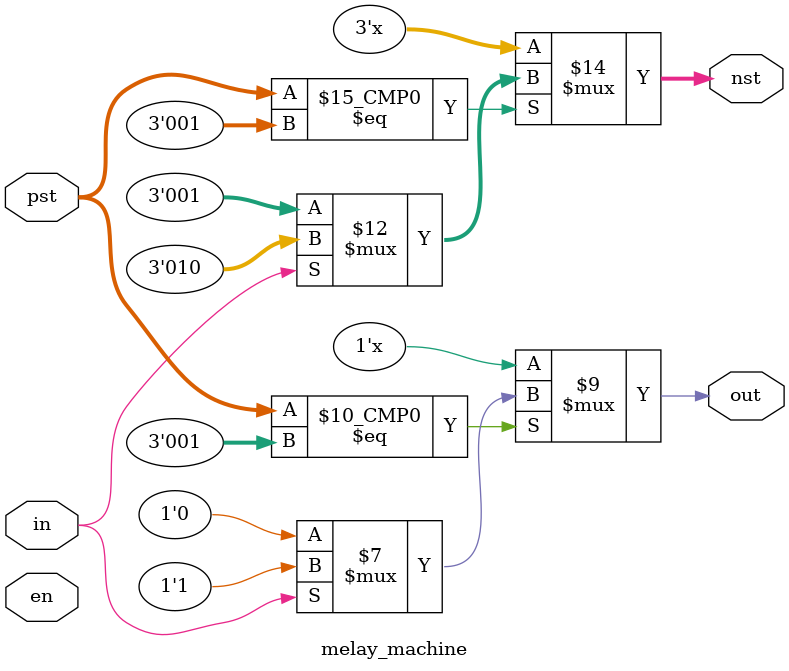
<source format=v>
`timescale 1ns / 1ps
module melay_machine(en,in,pst,nst,out );
input en,in;
input [2:0] pst;
output [2:0]nst;
output out;
reg [2:0] nst;
reg out;
parameter a=001,b=010,c=100,d=110;
always @(en)
begin
case (pst)
a:
begin
if (in==0)
begin
nst<=a;
out<=0;
end
else
begin
nst <=b;
out<=1;
end
end
b:
begin
if (in==0)
begin
nst<=b;
out<=0;
end
else
begin
nst <=c;
out<=0;
end
end
c:
begin
if (in==0)
begin
nst<=b;
out<=1;
end
else
begin
nst <=c;
out<=0;
end
end
d:
begin
if (in==0)
begin
nst<=c;
out<=0;
end
else
begin
nst <=a;
out<=1;
end
end
endcase
end
endmodule

</source>
